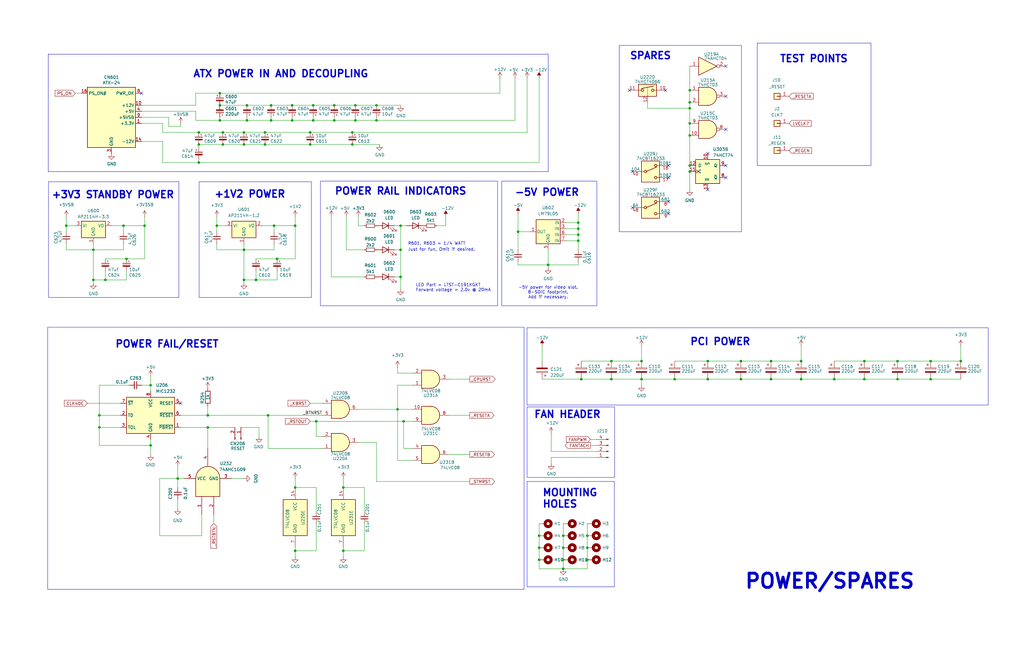
<source format=kicad_sch>
(kicad_sch (version 20231120) (generator "eeschema") (generator_version "8.0")
  (paper "B")
  (title_block (title "AMIGA PCI") (date "2025-01-10") (rev "5.0"))
  (junction (at 290.83 38.1))
  (junction (at 149.86 50.8))
  (junction (at 290.83 57.15))
  (junction (at 243.84 101.6))
  (junction (at 243.84 96.52))
  (junction (at 290.83 69.85))
  (junction (at 237.49 240.03))
  (junction (at 87.63 180.34))
  (junction (at 270.51 152.4))
  (junction (at 102.87 55.88))
  (junction (at 170.18 177.8))
  (junction (at 298.45 152.4))
  (junction (at 44.45 118.11))
  (junction (at 167.64 172.72))
  (junction (at 298.45 160.02))
  (junction (at 104.14 50.8))
  (junction (at 41.91 175.26))
  (junction (at 41.91 180.34))
  (junction (at 63.5 187.96))
  (junction (at 87.63 175.26))
  (junction (at 130.81 60.96))
  (junction (at 102.87 105.41))
  (junction (at 257.81 160.02))
  (junction (at 39.37 105.41))
  (junction (at 92.71 50.8))
  (junction (at 102.87 60.96))
  (junction (at 227.33 226.06))
  (junction (at 290.83 52.07))
  (junction (at 270.51 160.02))
  (junction (at 168.91 95.25))
  (junction (at 104.14 44.45))
  (junction (at 114.3 50.8))
  (junction (at 123.19 44.45))
  (junction (at 392.43 152.4))
  (junction (at 290.83 43.18))
  (junction (at 132.08 44.45))
  (junction (at 247.65 231.14))
  (junction (at 124.46 95.25))
  (junction (at 168.91 105.41))
  (junction (at 312.42 160.02))
  (junction (at 149.86 44.45))
  (junction (at 39.37 118.11))
  (junction (at 114.3 44.45))
  (junction (at 243.84 99.06))
  (junction (at 237.49 236.22))
  (junction (at 92.71 39.37))
  (junction (at 218.44 97.79))
  (junction (at 312.42 152.4))
  (junction (at 168.91 116.84))
  (junction (at 158.75 44.45))
  (junction (at 148.59 60.96))
  (junction (at 116.84 109.22))
  (junction (at 124.46 205.74))
  (junction (at 148.59 55.88))
  (junction (at 113.03 175.26))
  (junction (at 364.49 152.4))
  (junction (at 133.35 177.8))
  (junction (at 351.79 160.02))
  (junction (at 247.65 226.06))
  (junction (at 63.5 162.56))
  (junction (at 132.08 50.8))
  (junction (at 325.12 152.4))
  (junction (at 53.34 109.22))
  (junction (at 93.98 60.96))
  (junction (at 93.98 55.88))
  (junction (at 290.83 72.39))
  (junction (at 140.97 50.8))
  (junction (at 83.82 68.58))
  (junction (at 378.46 160.02))
  (junction (at 91.44 95.25))
  (junction (at 140.97 44.45))
  (junction (at 102.87 118.11))
  (junction (at 144.78 205.74))
  (junction (at 115.57 95.25))
  (junction (at 92.71 44.45))
  (junction (at 83.82 60.96))
  (junction (at 378.46 152.4))
  (junction (at 83.82 55.88))
  (junction (at 144.78 232.41))
  (junction (at 245.11 160.02))
  (junction (at 111.76 60.96))
  (junction (at 290.83 45.72))
  (junction (at 27.94 95.25))
  (junction (at 52.07 95.25))
  (junction (at 247.65 236.22))
  (junction (at 111.76 55.88))
  (junction (at 130.81 55.88))
  (junction (at 337.82 160.02))
  (junction (at 337.82 152.4))
  (junction (at 158.75 50.8))
  (junction (at 124.46 232.41))
  (junction (at 227.33 231.14))
  (junction (at 227.33 236.22))
  (junction (at 405.13 152.4))
  (junction (at 60.96 95.25))
  (junction (at 237.49 226.06))
  (junction (at 284.48 160.02))
  (junction (at 364.49 160.02))
  (junction (at 74.93 201.93))
  (junction (at 231.14 111.76))
  (junction (at 325.12 160.02))
  (junction (at 392.43 160.02))
  (junction (at 107.95 118.11))
  (junction (at 243.84 93.98))
  (junction (at 257.81 152.4))
  (junction (at 123.19 50.8))
  (junction (at 237.49 231.14))
  (no_connect (at 280.67 38.1))
  (no_connect (at 306.07 54.61))
  (no_connect (at 281.94 90.17))
  (no_connect (at 298.45 64.77))
  (no_connect (at 266.7 87.63))
  (no_connect (at 306.07 40.64))
  (no_connect (at 76.2 170.18))
  (no_connect (at 281.94 85.09))
  (no_connect (at 298.45 80.01))
  (no_connect (at 266.7 72.39))
  (no_connect (at 306.07 69.85))
  (no_connect (at 306.07 74.93))
  (no_connect (at 281.94 74.93))
  (no_connect (at 281.94 69.85))
  (no_connect (at 59.69 39.37))
  (no_connect (at 306.07 27.94))
  (no_connect (at 265.43 38.1))
  (wire (pts (xy 104.14 50.8) (xy 114.3 50.8)))
  (wire (pts (xy 102.87 118.11) (xy 107.95 118.11)))
  (wire (pts (xy 232.41 195.58) (xy 232.41 193.04)))
  (wire (pts (xy 167.64 172.72) (xy 167.64 194.31)))
  (wire (pts (xy 27.94 102.87) (xy 27.94 105.41)))
  (wire (pts (xy 63.5 158.75) (xy 63.5 162.56)))
  (wire (pts (xy 74.93 201.93) (xy 77.47 201.93)))
  (wire (pts (xy 115.57 105.41) (xy 102.87 105.41)))
  (wire (pts (xy 248.92 187.96) (xy 251.46 187.96)))
  (wire (pts (xy 144.78 234.95) (xy 144.78 232.41)))
  (wire (pts (xy 140.97 44.45) (xy 149.86 44.45)))
  (wire (pts (xy 312.42 160.02) (xy 298.45 160.02)))
  (wire (pts (xy 248.92 185.42) (xy 251.46 185.42)))
  (wire (pts (xy 325.12 160.02) (xy 312.42 160.02)))
  (wire (pts (xy 116.84 109.22) (xy 124.46 109.22)))
  (wire (pts (xy 123.19 50.8) (xy 132.08 50.8)))
  (wire (pts (xy 151.13 91.44) (xy 151.13 95.25)))
  (wire (pts (xy 210.82 39.37) (xy 210.82 33.02)))
  (polyline (pts (xy 20.32 72.39) (xy 231.14 72.39)))
  (wire (pts (xy 351.79 152.4) (xy 364.49 152.4)))
  (wire (pts (xy 102.87 102.87) (xy 102.87 105.41)))
  (wire (pts (xy 168.91 116.84) (xy 168.91 121.92)))
  (wire (pts (xy 132.08 49.53) (xy 132.08 50.8)))
  (wire (pts (xy 92.71 44.45) (xy 104.14 44.45)))
  (wire (pts (xy 68.58 55.88) (xy 83.82 55.88)))
  (wire (pts (xy 133.35 205.74) (xy 133.35 215.9)))
  (wire (pts (xy 102.87 55.88) (xy 111.76 55.88)))
  (wire (pts (xy 273.05 45.72) (xy 290.83 45.72)))
  (wire (pts (xy 115.57 97.79) (xy 115.57 95.25)))
  (wire (pts (xy 83.82 68.58) (xy 68.58 68.58)))
  (wire (pts (xy 148.59 60.96) (xy 160.02 60.96)))
  (wire (pts (xy 337.82 146.05) (xy 337.82 152.4)))
  (wire (pts (xy 63.5 187.96) (xy 63.5 191.77)))
  (wire (pts (xy 135.89 184.15) (xy 133.35 184.15)))
  (wire (pts (xy 59.69 46.99) (xy 82.55 46.99)))
  (wire (pts (xy 270.51 160.02) (xy 270.51 162.56)))
  (wire (pts (xy 290.83 27.94) (xy 290.83 38.1)))
  (wire (pts (xy 153.67 205.74) (xy 153.67 215.9)))
  (wire (pts (xy 124.46 95.25) (xy 115.57 95.25)))
  (wire (pts (xy 227.33 226.06) (xy 227.33 220.98)))
  (wire (pts (xy 312.42 152.4) (xy 325.12 152.4)))
  (polyline (pts (xy 222.25 247.65) (xy 259.08 247.65)))
  (wire (pts (xy 124.46 201.93) (xy 124.46 205.74)))
  (wire (pts (xy 158.75 44.45) (xy 168.91 44.45)))
  (wire (pts (xy 170.18 189.23) (xy 170.18 177.8)))
  (wire (pts (xy 82.55 44.45) (xy 82.55 39.37)))
  (wire (pts (xy 53.34 109.22) (xy 60.96 109.22)))
  (wire (pts (xy 39.37 105.41) (xy 39.37 118.11)))
  (wire (pts (xy 153.67 105.41) (xy 146.05 105.41)))
  (wire (pts (xy 124.46 205.74) (xy 133.35 205.74)))
  (wire (pts (xy 158.75 203.2) (xy 158.75 186.69)))
  (wire (pts (xy 151.13 172.72) (xy 167.64 172.72)))
  (wire (pts (xy 76.2 175.26) (xy 87.63 175.26)))
  (wire (pts (xy 101.6 180.34) (xy 109.22 180.34)))
  (wire (pts (xy 148.59 55.88) (xy 222.25 55.88)))
  (wire (pts (xy 91.44 91.44) (xy 91.44 95.25)))
  (wire (pts (xy 27.94 105.41) (xy 39.37 105.41)))
  (wire (pts (xy 123.19 44.45) (xy 132.08 44.45)))
  (wire (pts (xy 290.83 45.72) (xy 290.83 52.07)))
  (wire (pts (xy 392.43 160.02) (xy 405.13 160.02)))
  (wire (pts (xy 187.96 91.44) (xy 187.96 95.25)))
  (wire (pts (xy 238.76 96.52) (xy 243.84 96.52)))
  (wire (pts (xy 247.65 236.22) (xy 247.65 240.03)))
  (wire (pts (xy 60.96 95.25) (xy 52.07 95.25)))
  (wire (pts (xy 113.03 189.23) (xy 113.03 175.26)))
  (wire (pts (xy 231.14 111.76) (xy 243.84 111.76)))
  (wire (pts (xy 50.8 175.26) (xy 41.91 175.26)))
  (wire (pts (xy 227.33 231.14) (xy 227.33 226.06)))
  (wire (pts (xy 41.91 175.26) (xy 41.91 180.34)))
  (wire (pts (xy 140.97 49.53) (xy 140.97 50.8)))
  (wire (pts (xy 114.3 50.8) (xy 123.19 50.8)))
  (wire (pts (xy 87.63 171.45) (xy 87.63 175.26)))
  (wire (pts (xy 53.34 114.3) (xy 53.34 118.11)))
  (wire (pts (xy 27.94 97.79) (xy 27.94 95.25)))
  (wire (pts (xy 76.2 53.34) (xy 76.2 52.07)))
  (wire (pts (xy 237.49 226.06) (xy 237.49 231.14)))
  (wire (pts (xy 27.94 91.44) (xy 27.94 95.25)))
  (wire (pts (xy 74.93 196.85) (xy 74.93 201.93)))
  (wire (pts (xy 107.95 109.22) (xy 116.84 109.22)))
  (wire (pts (xy 270.51 146.05) (xy 270.51 152.4)))
  (wire (pts (xy 74.93 205.74) (xy 74.93 201.93)))
  (polyline (pts (xy 20.32 22.86) (xy 20.32 72.39)))
  (wire (pts (xy 133.35 184.15) (xy 133.35 177.8)))
  (wire (pts (xy 167.64 162.56) (xy 173.99 162.56)))
  (wire (pts (xy 227.33 33.02) (xy 227.33 68.58)))
  (wire (pts (xy 74.93 214.63) (xy 74.93 210.82)))
  (wire (pts (xy 59.69 49.53) (xy 71.12 49.53)))
  (wire (pts (xy 238.76 93.98) (xy 243.84 93.98)))
  (wire (pts (xy 130.81 170.18) (xy 135.89 170.18)))
  (wire (pts (xy 123.19 49.53) (xy 123.19 50.8)))
  (wire (pts (xy 63.5 187.96) (xy 63.5 185.42)))
  (wire (pts (xy 83.82 60.96) (xy 93.98 60.96)))
  (wire (pts (xy 173.99 157.48) (xy 167.64 157.48)))
  (wire (pts (xy 107.95 114.3) (xy 107.95 118.11)))
  (wire (pts (xy 130.81 177.8) (xy 133.35 177.8)))
  (wire (pts (xy 41.91 162.56) (xy 41.91 175.26)))
  (wire (pts (xy 166.37 105.41) (xy 168.91 105.41)))
  (wire (pts (xy 364.49 160.02) (xy 378.46 160.02)))
  (wire (pts (xy 67.31 201.93) (xy 74.93 201.93)))
  (wire (pts (xy 149.86 50.8) (xy 158.75 50.8)))
  (wire (pts (xy 149.86 49.53) (xy 149.86 50.8)))
  (wire (pts (xy 257.81 152.4) (xy 270.51 152.4)))
  (wire (pts (xy 63.5 165.1) (xy 63.5 162.56)))
  (wire (pts (xy 158.75 186.69) (xy 151.13 186.69)))
  (wire (pts (xy 378.46 160.02) (xy 392.43 160.02)))
  (wire (pts (xy 109.22 180.34) (xy 109.22 184.15)))
  (wire (pts (xy 284.48 152.4) (xy 298.45 152.4)))
  (wire (pts (xy 166.37 95.25) (xy 168.91 95.25)))
  (wire (pts (xy 243.84 111.76) (xy 243.84 110.49)))
  (wire (pts (xy 92.71 49.53) (xy 92.71 50.8)))
  (wire (pts (xy 114.3 44.45) (xy 123.19 44.45)))
  (wire (pts (xy 378.46 152.4) (xy 392.43 152.4)))
  (polyline (pts (xy 20.32 22.86) (xy 231.14 22.86)))
  (wire (pts (xy 144.78 201.93) (xy 144.78 205.74)))
  (wire (pts (xy 167.64 154.94) (xy 167.64 157.48)))
  (wire (pts (xy 111.76 55.88) (xy 130.81 55.88)))
  (wire (pts (xy 102.87 105.41) (xy 102.87 118.11)))
  (wire (pts (xy 107.95 118.11) (xy 116.84 118.11)))
  (wire (pts (xy 173.99 189.23) (xy 170.18 189.23)))
  (wire (pts (xy 284.48 160.02) (xy 270.51 160.02)))
  (wire (pts (xy 231.14 113.03) (xy 231.14 111.76)))
  (wire (pts (xy 232.41 193.04) (xy 251.46 193.04)))
  (wire (pts (xy 114.3 49.53) (xy 114.3 50.8)))
  (wire (pts (xy 97.79 201.93) (xy 102.87 201.93)))
  (wire (pts (xy 68.58 59.69) (xy 68.58 68.58)))
  (wire (pts (xy 238.76 101.6) (xy 243.84 101.6)))
  (wire (pts (xy 227.33 236.22) (xy 227.33 240.03)))
  (wire (pts (xy 218.44 111.76) (xy 231.14 111.76)))
  (wire (pts (xy 92.71 50.8) (xy 104.14 50.8)))
  (wire (pts (xy 133.35 220.98) (xy 133.35 232.41)))
  (wire (pts (xy 92.71 39.37) (xy 210.82 39.37)))
  (wire (pts (xy 290.83 57.15) (xy 290.83 69.85)))
  (wire (pts (xy 247.65 226.06) (xy 247.65 231.14)))
  (wire (pts (xy 63.5 162.56) (xy 59.69 162.56)))
  (wire (pts (xy 153.67 116.84) (xy 139.7 116.84)))
  (wire (pts (xy 93.98 60.96) (xy 102.87 60.96)))
  (wire (pts (xy 102.87 60.96) (xy 111.76 60.96)))
  (wire (pts (xy 59.69 59.69) (xy 68.58 59.69)))
  (wire (pts (xy 392.43 152.4) (xy 405.13 152.4)))
  (wire (pts (xy 243.84 93.98) (xy 243.84 96.52)))
  (wire (pts (xy 36.83 170.18) (xy 50.8 170.18)))
  (wire (pts (xy 189.23 160.02) (xy 198.12 160.02)))
  (wire (pts (xy 218.44 105.41) (xy 218.44 97.79)))
  (wire (pts (xy 44.45 114.3) (xy 44.45 118.11)))
  (wire (pts (xy 52.07 95.25) (xy 46.99 95.25)))
  (wire (pts (xy 217.17 33.02) (xy 217.17 50.8)))
  (wire (pts (xy 41.91 180.34) (xy 41.91 187.96)))
  (wire (pts (xy 39.37 118.11) (xy 44.45 118.11)))
  (wire (pts (xy 85.09 217.17) (xy 85.09 226.06)))
  (wire (pts (xy 91.44 97.79) (xy 91.44 95.25)))
  (wire (pts (xy 218.44 97.79) (xy 223.52 97.79)))
  (wire (pts (xy 222.25 33.02) (xy 222.25 55.88)))
  (wire (pts (xy 76.2 180.34) (xy 87.63 180.34)))
  (wire (pts (xy 184.15 95.25) (xy 187.96 95.25)))
  (wire (pts (xy 149.86 44.45) (xy 158.75 44.45)))
  (wire (pts (xy 132.08 50.8) (xy 140.97 50.8)))
  (wire (pts (xy 158.75 49.53) (xy 158.75 50.8)))
  (wire (pts (xy 232.41 190.5) (xy 251.46 190.5)))
  (wire (pts (xy 85.09 226.06) (xy 67.31 226.06)))
  (wire (pts (xy 135.89 189.23) (xy 113.03 189.23)))
  (wire (pts (xy 144.78 232.41) (xy 153.67 232.41)))
  (polyline (pts (xy 222.25 203.2) (xy 222.25 247.65)))
  (wire (pts (xy 130.81 60.96) (xy 148.59 60.96)))
  (polyline (pts (xy 231.14 72.39) (xy 231.14 22.86)))
  (wire (pts (xy 59.69 52.07) (xy 68.58 52.07)))
  (wire (pts (xy 116.84 114.3) (xy 116.84 118.11)))
  (wire (pts (xy 298.45 160.02) (xy 284.48 160.02)))
  (wire (pts (xy 245.11 160.02) (xy 257.81 160.02)))
  (wire (pts (xy 41.91 180.34) (xy 50.8 180.34)))
  (wire (pts (xy 91.44 102.87) (xy 91.44 105.41)))
  (wire (pts (xy 139.7 91.44) (xy 139.7 116.84)))
  (wire (pts (xy 124.46 234.95) (xy 124.46 232.41)))
  (wire (pts (xy 111.76 60.96) (xy 130.81 60.96)))
  (wire (pts (xy 227.33 240.03) (xy 237.49 240.03)))
  (wire (pts (xy 52.07 105.41) (xy 39.37 105.41)))
  (wire (pts (xy 130.81 55.88) (xy 148.59 55.88)))
  (wire (pts (xy 337.82 160.02) (xy 351.79 160.02)))
  (wire (pts (xy 170.18 177.8) (xy 173.99 177.8)))
  (wire (pts (xy 82.55 46.99) (xy 82.55 50.8)))
  (wire (pts (xy 228.6 160.02) (xy 245.11 160.02)))
  (wire (pts (xy 168.91 95.25) (xy 168.91 105.41)))
  (wire (pts (xy 39.37 102.87) (xy 39.37 105.41)))
  (wire (pts (xy 102.87 119.38) (xy 102.87 118.11)))
  (wire (pts (xy 290.83 43.18) (xy 290.83 45.72)))
  (wire (pts (xy 113.03 175.26) (xy 135.89 175.26)))
  (wire (pts (xy 168.91 95.25) (xy 171.45 95.25)))
  (wire (pts (xy 243.84 90.17) (xy 243.84 93.98)))
  (wire (pts (xy 231.14 105.41) (xy 231.14 111.76)))
  (wire (pts (xy 405.13 146.05) (xy 405.13 152.4)))
  (wire (pts (xy 82.55 50.8) (xy 92.71 50.8)))
  (wire (pts (xy 91.44 105.41) (xy 102.87 105.41)))
  (wire (pts (xy 243.84 101.6) (xy 243.84 105.41)))
  (wire (pts (xy 238.76 99.06) (xy 243.84 99.06)))
  (wire (pts (xy 67.31 226.06) (xy 67.31 201.93)))
  (wire (pts (xy 153.67 220.98) (xy 153.67 232.41)))
  (wire (pts (xy 93.98 55.88) (xy 102.87 55.88)))
  (wire (pts (xy 41.91 187.96) (xy 63.5 187.96)))
  (wire (pts (xy 325.12 160.02) (xy 337.82 160.02)))
  (wire (pts (xy 76.2 53.34) (xy 71.12 53.34)))
  (wire (pts (xy 198.12 203.2) (xy 158.75 203.2)))
  (wire (pts (xy 167.64 194.31) (xy 173.99 194.31)))
  (wire (pts (xy 237.49 236.22) (xy 237.49 240.03)))
  (wire (pts (xy 52.07 102.87) (xy 52.07 105.41)))
  (wire (pts (xy 83.82 62.23) (xy 83.82 60.96)))
  (wire (pts (xy 243.84 99.06) (xy 243.84 101.6)))
  (wire (pts (xy 132.08 44.45) (xy 140.97 44.45)))
  (wire (pts (xy 290.83 69.85) (xy 290.83 72.39)))
  (wire (pts (xy 87.63 175.26) (xy 113.03 175.26)))
  (wire (pts (xy 247.65 220.98) (xy 247.65 226.06)))
  (wire (pts (xy 115.57 95.25) (xy 110.49 95.25)))
  (wire (pts (xy 83.82 68.58) (xy 83.82 67.31)))
  (wire (pts (xy 325.12 152.4) (xy 337.82 152.4)))
  (wire (pts (xy 124.46 91.44) (xy 124.46 95.25)))
  (wire (pts (xy 83.82 55.88) (xy 93.98 55.88)))
  (wire (pts (xy 298.45 152.4) (xy 312.42 152.4)))
  (wire (pts (xy 245.11 152.4) (xy 257.81 152.4)))
  (wire (pts (xy 243.84 96.52) (xy 243.84 99.06)))
  (wire (pts (xy 227.33 231.14) (xy 227.33 236.22)))
  (wire (pts (xy 228.6 146.05) (xy 228.6 152.4)))
  (wire (pts (xy 168.91 105.41) (xy 168.91 116.84)))
  (wire (pts (xy 218.44 110.49) (xy 218.44 111.76)))
  (wire (pts (xy 140.97 50.8) (xy 149.86 50.8)))
  (wire (pts (xy 91.44 95.25) (xy 95.25 95.25)))
  (wire (pts (xy 237.49 231.14) (xy 237.49 236.22)))
  (wire (pts (xy 31.75 39.37) (xy 34.29 39.37)))
  (wire (pts (xy 189.23 175.26) (xy 198.12 175.26)))
  (wire (pts (xy 146.05 91.44) (xy 146.05 105.41)))
  (wire (pts (xy 54.61 162.56) (xy 41.91 162.56)))
  (wire (pts (xy 44.45 109.22) (xy 53.34 109.22)))
  (wire (pts (xy 290.83 72.39) (xy 290.83 80.01)))
  (wire (pts (xy 247.65 231.14) (xy 247.65 236.22)))
  (wire (pts (xy 87.63 189.23) (xy 87.63 180.34)))
  (wire (pts (xy 68.58 52.07) (xy 68.58 55.88)))
  (wire (pts (xy 166.37 116.84) (xy 168.91 116.84)))
  (wire (pts (xy 144.78 231.14) (xy 144.78 232.41)))
  (wire (pts (xy 44.45 118.11) (xy 53.34 118.11)))
  (polyline (pts (xy 259.08 203.2) (xy 222.25 203.2)))
  (wire (pts (xy 124.46 109.22) (xy 124.46 95.25)))
  (wire (pts (xy 167.64 162.56) (xy 167.64 172.72)))
  (wire (pts (xy 82.55 39.37) (xy 92.71 39.37)))
  (wire (pts (xy 83.82 68.58) (xy 227.33 68.58)))
  (wire (pts (xy 290.83 38.1) (xy 290.83 43.18)))
  (wire (pts (xy 59.69 44.45) (xy 82.55 44.45)))
  (wire (pts (xy 60.96 91.44) (xy 60.96 95.25)))
  (wire (pts (xy 237.49 220.98) (xy 237.49 226.06)))
  (wire (pts (xy 39.37 119.38) (xy 39.37 118.11)))
  (wire (pts (xy 87.63 180.34) (xy 99.06 180.34)))
  (wire (pts (xy 144.78 205.74) (xy 153.67 205.74)))
  (wire (pts (xy 232.41 182.88) (xy 232.41 190.5)))
  (wire (pts (xy 90.17 220.98) (xy 90.17 217.17)))
  (wire (pts (xy 60.96 109.22) (xy 60.96 95.25)))
  (wire (pts (xy 104.14 44.45) (xy 114.3 44.45)))
  (polyline (pts (xy 259.08 247.65) (xy 259.08 203.2)))
  (wire (pts (xy 273.05 43.18) (xy 273.05 45.72)))
  (wire (pts (xy 290.83 52.07) (xy 290.83 57.15)))
  (wire (pts (xy 257.81 160.02) (xy 270.51 160.02)))
  (wire (pts (xy 364.49 160.02) (xy 351.79 160.02)))
  (wire (pts (xy 167.64 172.72) (xy 173.99 172.72)))
  (wire (pts (xy 153.67 95.25) (xy 151.13 95.25)))
  (wire (pts (xy 189.23 191.77) (xy 198.12 191.77)))
  (wire (pts (xy 158.75 50.8) (xy 217.17 50.8)))
  (wire (pts (xy 71.12 53.34) (xy 71.12 49.53)))
  (wire (pts (xy 364.49 152.4) (xy 378.46 152.4)))
  (wire (pts (xy 115.57 102.87) (xy 115.57 105.41)))
  (wire (pts (xy 27.94 95.25) (xy 31.75 95.25)))
  (wire (pts (xy 218.44 90.17) (xy 218.44 97.79)))
  (wire (pts (xy 104.14 49.53) (xy 104.14 50.8)))
  (wire (pts (xy 52.07 97.79) (xy 52.07 95.25)))
  (wire (pts (xy 124.46 232.41) (xy 133.35 232.41)))
  (wire (pts (xy 124.46 231.14) (xy 124.46 232.41)))
  (wire (pts (xy 237.49 240.03) (xy 247.65 240.03)))
  (wire (pts (xy 133.35 177.8) (xy 170.18 177.8)))
  (rectangle (start 211.582 76.454) (end 251.714 129.032))
  (rectangle (start 319.278 18.161) (end 367.284 69.85))
  (rectangle (start 261.112 19.177) (end 312.674 97.79))
  (rectangle (start 222.23 138.303) (end 416.687 170.942))
  (rectangle (start 20.447 76.708) (end 75.438 125.5))
  (rectangle (start 83.947 76.708) (end 131.318 125.5))
  (rectangle (start 135.128 76.454) (end 209.804 129.032))
  (rectangle (start 20.084 138.1) (end 220.98 248.666))
  (rectangle (start 222.25 171.704) (end 259.15 201.422))
  (text "-5V POWER" (at 216.916 83.058 0) (effects (font (size 3 3) (thickness 0.6) (bold yes)) (justify left bottom)))
  (text "FAN HEADER" (at 225.044 176.784 0) (effects (font (size 2.9972 2.9972) (thickness 0.5994) (bold yes)) (justify left bottom)))
  (text "MOUNTING\nHOLES" (at 228.6 214.63 0) (effects (font (size 2.9972 2.9972) (thickness 0.5994) (bold yes)) (justify left bottom)))
  (text "TEST POINTS" (at 328.676 26.67 0) (effects (font (size 2.9972 2.9972) (thickness 0.5994) (bold yes)) (justify left bottom)))
  (text "PCI POWER" (at 290.83 146.05 0) (effects (font (size 3 3) (thickness 0.6) (bold yes)) (justify left bottom)))
  (text "LED Part = LTST-C191KGKT\nForward voltage = 2.0v @ 20mA" (at 175.26 123.19 0) (effects (font (size 1.27 1.27)) (justify left bottom)))
  (text "SPARES" (at 265.43 25.4 0) (effects (font (size 2.9972 2.9972) (thickness 0.5994) (bold yes)) (justify left bottom)))
  (text "+3V3 STANDBY POWER" (at 21.59 84.074 0) (effects (font (size 3 3) (thickness 0.6) (bold yes)) (justify left bottom)))
  (text "ATX POWER IN AND DECOUPLING" (at 81.28 33.02 0) (effects (font (size 3 3) (thickness 0.6) (bold yes)) (justify left bottom)))
  (text "R601, R603 = 1/4 WATT" (at 184.15 102.87 0) (effects (font (size 1.27 1.27))))
  (text "POWER RAIL INDICATORS" (at 140.97 82.55 0) (effects (font (size 3 3) (thickness 0.6) (bold yes)) (justify left bottom)))
  (text "-5V power for video slot.\n8-SOIC footprint.\nAdd if necessary." (at 231.14 123.444 0) (effects (font (size 1.27 1.27))))
  (text "+1V2 POWER" (at 90.17 83.82 0) (effects (font (size 3 3) (thickness 0.6) (bold yes)) (justify left bottom)))
  (text "POWER/SPARES" (at 313.69 248.92 0) (effects (font (size 6 6) (thickness 1.2) (bold yes)) (justify left bottom)))
  (text "POWER FAIL/RESET" (at 92.456 147.066 0) (effects (font (size 2.9972 2.9972) (thickness 0.5994) (bold yes)) (justify right bottom)))
  (text "Just for fun. Omit if desired." (at 186.182 105.41 0) (effects (font (size 1.27 1.27))))
  (label "_BTNRST" (at 135.89 175.26 180))
  (global_label "FANPWM" (shape input) (at 248.92 185.42 180) (property "Intersheetrefs" "${INTERSHEET_REFS}" (at 238.2543 185.42 0) (effects (justify right))))
  (global_label "_STMRST" (shape output) (at 198.12 203.2 0) (property "Intersheetrefs" "${INTERSHEET_REFS}" (at 209.804 203.2 0) (effects (justify left))))
  (global_label "_KBRST" (shape input) (at 130.81 170.18 180) (property "Intersheetrefs" "${INTERSHEET_REFS}" (at 120.8701 170.18 0) (effects (justify right))))
  (global_label "_RSTOUT" (shape input) (at 130.81 177.8 180) (property "Intersheetrefs" "${INTERSHEET_REFS}" (at 119.7815 177.8 0) (effects (justify right))))
  (global_label "_RESETB" (shape output) (at 198.12 191.77 0) (property "Intersheetrefs" "${INTERSHEET_REFS}" (at 209.0879 191.77 0) (effects (justify left))))
  (global_label "_RSTBTN" (shape input) (at 90.17 220.98 270) (property "Intersheetrefs" "${INTERSHEET_REFS}" (at 90.17 231.948 90) (effects (justify right))))
  (global_label "_REGEN" (shape input) (at 332.74 63.5 0) (property "Intersheetrefs" "${INTERSHEET_REFS}" (at 342.8613 63.5 0) (effects (justify left))))
  (global_label "PS_ON" (shape input) (at 31.75 39.37 180) (property "Intersheetrefs" "${INTERSHEET_REFS}" (at 26.67 36.576 0) (effects (justify right))))
  (global_label "_CPURST" (shape output) (at 198.12 160.02 0) (property "Intersheetrefs" "${INTERSHEET_REFS}" (at 209.3904 160.02 0) (effects (justify left))))
  (global_label "CLK40C" (shape input) (at 36.83 170.18 180) (property "Intersheetrefs" "${INTERSHEET_REFS}" (at 26.5877 170.18 0) (effects (justify right))))
  (global_label "FANTACH" (shape output) (at 248.92 187.96 180) (property "Intersheetrefs" "${INTERSHEET_REFS}" (at 237.7704 187.96 0) (effects (justify right))))
  (global_label "LVCLK7" (shape input) (at 332.74 52.07 0) (property "Intersheetrefs" "${INTERSHEET_REFS}" (at 342.6195 52.07 0) (effects (justify left))))
  (global_label "_RESETA" (shape input) (at 332.74 40.64 0) (property "Intersheetrefs" "${INTERSHEET_REFS}" (at 343.5265 40.64 0) (effects (justify left))))
  (global_label "_RESETA" (shape output) (at 198.12 175.26 0) (property "Intersheetrefs" "${INTERSHEET_REFS}" (at 208.9065 175.26 0) (effects (justify left))))
  (symbol (lib_id "power:-5V") (at 218.44 90.17 0) (unit 1)
    (property "Reference" "#PWR0305" (effects (hide yes)))
    (property "Value" "-5V" (at 218.44 86.614 0))
    (property "Description" "Power symbol creates a global label with name \"-5V\"" (effects (hide yes)))
  )
  (symbol (lib_id "Mechanical:MountingHole_Pad") (at 250.19 220.98 270) (unit 1) (in_bom no)
    (property "Reference" "H3" (at 254 220.98 90) (effects (justify left)))
    (property "Value" "MountingHole_Pad" (effects (hide yes)))
    (property "Footprint" "MountingHole:MountingHole_4mm_Pad" (effects (hide yes)))
  )
  (symbol (lib_id "AmigaPCI-Symbols:CP_Small-Device") (at 148.59 58.42 0) (mirror y) (unit 1)
    (property "Reference" "C613" (at 150.8252 59.5884 0) (effects (justify right)))
    (property "Value" "10uF" (at 150.8252 57.277 0) (effects (justify right)))
    (property "Footprint" "Capacitor_THT:CP_Radial_D5.0mm_P2.00mm" (effects (hide yes)))
  )
  (symbol (lib_id "power:-12V") (at 243.84 90.17 0) (unit 1)
    (property "Reference" "#PWR0339" (effects (hide yes)))
    (property "Value" "-12V" (at 244.602 86.614 0))
  )
  (symbol (lib_name "+5V_1") (lib_id "power:+5V") (at 74.93 196.85 0) (unit 1)
    (property "Reference" "#PWR0235" (effects (hide yes)))
    (property "Value" "+5V" (at 74.93 193.04 0))
    (property "Description" "Power symbol creates a global label with name \"+5V\"" (effects (hide yes)))
  )
  (symbol (lib_id "power:-12V") (at 228.6 146.05 0) (unit 1)
    (property "Reference" "#PWR0101" (effects (hide yes)))
    (property "Value" "-12V" (at 228.6 142.4742 0))
  )
  (symbol (lib_id "power:+3V3") (at 144.78 201.93 0) (unit 1)
    (property "Reference" "#PWR0206" (effects (hide yes)))
    (property "Value" "+3V3" (at 144.78 197.104 0))
  )
  (symbol (lib_id "Analog_Switch:CD4066BE") (at 273.05 38.1 0) (unit 4)
    (property "Reference" "U222" (at 273.05 32.5501 0))
    (property "Value" "74HCT4066" (at 273.05 34.4711 0))
    (property "Footprint" "Package_SO:TSSOP-14_4.4x5mm_P0.65mm" (effects (hide yes)))
    (property "Datasheet" "https://www.ti.com/lit/ds/symlink/cd4066b.pdf" (effects (hide yes)))
  )
  (symbol (lib_id "power:+5V") (at 217.17 33.02 0) (unit 1)
    (property "Reference" "#PWR0172" (effects (hide yes)))
    (property "Value" "+5V" (at 216.535 29.464 0))
  )
  (symbol (lib_id "74xx:74HC74") (at 298.45 72.39 0) (unit 2)
    (property "Reference" "U303" (at 300.6441 62.992 0) (effects (justify left)))
    (property "Value" "74HCT74" (at 300.6441 65.532 0) (effects (justify left)))
    (property "Footprint" "Package_SO:TSSOP-14_4.4x5mm_P0.65mm" (effects (hide yes)))
  )
  (symbol (lib_id "power:GND") (at 46.99 64.77 0) (unit 1)
    (property "Reference" "#PWR0166" (effects (hide yes)))
    (property "Value" "GND" (at 47.117 69.1642 0))
  )
  (symbol (lib_id "Device:LED") (at 162.56 95.25 0) (mirror y) (unit 1)
    (property "Reference" "D600" (at 164.1475 89.408 0))
    (property "Value" "LED" (at 164.1475 91.948 0))
    (property "Footprint" "LED_SMD:LED_0603_1608Metric" (effects (hide yes)))
  )
  (symbol (lib_id "Device:C_Polarized") (at 325.12 156.21 0) (unit 1)
    (property "Reference" "C114" (at 328.041 154.6773 0) (effects (justify left)))
    (property "Value" "220uF" (at 328.041 156.5983 0) (effects (justify left)))
    (property "Footprint" "Capacitor_THT:CP_Radial_D6.3mm_P2.50mm" (effects (hide yes)))
  )
  (symbol (lib_id "AmigaPCI-Symbols:CP_Small-Device") (at 123.19 46.99 180) (unit 1)
    (property "Reference" "C604" (at 125.4252 45.8216 0) (effects (justify right)))
    (property "Value" "47uF" (at 125.4252 48.133 0) (effects (justify right)))
    (property "Footprint" "Capacitor_THT:CP_Radial_D5.0mm_P2.00mm" (effects (hide yes)))
  )
  (symbol (lib_id "power:GND") (at 102.87 119.38 0) (unit 1)
    (property "Reference" "#PWR0248" (effects (hide yes)))
    (property "Value" "GND" (at 102.87 123.952 0))
  )
  (symbol (lib_id "74xx:74LS08") (at 144.78 218.44 0) (unit 5)
    (property "Reference" "U231" (at 148.082 221.615 90) (effects (justify left)))
    (property "Value" "74LVC08" (at 141.605 223.266 90) (effects (justify left)))
    (property "Footprint" "Package_SO:TSSOP-14_4.4x5mm_P0.65mm" (effects (hide yes)))
    (property "Datasheet" "http://www.ti.com/lit/gpn/sn74LS08" (effects (hide yes)))
  )
  (symbol (lib_id "Mechanical:MountingHole_Pad") (at 240.03 226.06 270) (unit 1) (in_bom no)
    (property "Reference" "H5" (at 243.84 226.06 90) (effects (justify left)))
    (property "Value" "MountingHole_Pad" (effects (hide yes)))
    (property "Footprint" "MountingHole:MountingHole_4mm_Pad" (effects (hide yes)))
  )
  (symbol (lib_id "power:GND") (at 168.91 44.45 0) (unit 1)
    (property "Reference" "#PWR0170" (effects (hide yes)))
    (property "Value" "GND" (at 169.037 48.8442 0))
  )
  (symbol (lib_id "AmigaPCI-Symbols:ATX-24-Amiga") (at 46.99 49.53 0) (unit 1)
    (property "Reference" "CN601" (at 46.99 32.5882 0))
    (property "Value" "ATX-24" (at 46.99 34.8996 0))
    (property "Footprint" "Connector_Molex:Molex_Mini-Fit_Jr_5566-24A_2x12_P4.20mm_Vertical" (effects (hide yes)))
    (property "Datasheet" "https://www.intel.com/content/dam/www/public/us/en/documents/guides/power-supply-design-guide-june.pdf#page=33" (effects (hide yes)))
    (property "Part" "39281243" (effects (hide yes)))
  )
  (symbol (lib_id "power:-12V") (at 227.33 33.02 0) (unit 1)
    (property "Reference" "#PWR0167" (effects (hide yes)))
    (property "Value" "-12V" (at 228.092 29.464 0))
  )
  (symbol (lib_id "Connector_Generic:Conn_01x01") (at 327.66 63.5 180) (unit 1)
    (property "Reference" "J11" (at 327.66 57.912 0))
    (property "Value" "_REGEN" (at 327.66 60.452 0))
    (property "Footprint" "Connector_PinHeader_2.54mm:PinHeader_1x01_P2.54mm_Vertical" (effects (hide yes)))
  )
  (symbol (lib_id "Device:C_Small") (at 133.35 218.44 0) (unit 1)
    (property "Reference" "C251" (at 134.62 217.424 90) (effects (justify left)))
    (property "Value" "0.1uF" (at 134.62 224.663 90) (effects (justify left)))
    (property "Footprint" "Capacitor_SMD:C_0603_1608Metric" (effects (hide yes)))
  )
  (symbol (lib_id "AmigaPCI-Symbols:74CBT16233") (at 274.32 87.63 0) (unit 6)
    (property "Reference" "U229" (at 274.32 80.1751 0))
    (property "Value" "74CBT16233" (at 274.32 82.0961 0))
    (property "Footprint" "Package_SO:SSOP-56_7.5x18.5mm_P0.635mm" (effects (hide yes)))
    (property "Datasheet" "https://www.ti.com/lit/ds/symlink/sn74cbt16233.pdf?HQS=dis-dk-null-digikeymode-dsf-pf-null-wwe&ts=1686702107606&ref_url=https%253A%252F%252Fwww.ti.com%252Fgeneral%252Fdocs%252Fsuppproductinfo.tsp%253FdistId%253D10%2526gotoUrl%253Dhttps%253A%252F%252Fwww.ti.com%252Flit%252Fgpn%252Fsn74cbt16233" (effects (hide yes)))
    (property "Part Number" "SN74CBT16233DL" (effects (hide yes)))
  )
  (symbol (lib_id "74xGxx:74AHC1G08") (at 87.63 201.93 90) (unit 1)
    (property "Reference" "U232" (at 95.25 195.58 90))
    (property "Value" "74AHC1G09" (at 98.044 198.12 90))
    (property "Footprint" "Package_TO_SOT_SMD:SOT-23-5" (effects (hide yes)))
    (property "Datasheet" "https://assets.nexperia.com/documents/data-sheet/74AHC1G09.pdf" (effects (hide yes)))
    (property "Description" "Single AND Gate, Open Drain, Low-Voltage CMOS" (effects (hide yes)))
  )
  (symbol (lib_id "Mechanical:MountingHole_Pad") (at 250.19 236.22 270) (unit 1) (in_bom no)
    (property "Reference" "H12" (at 254 236.22 90) (effects (justify left)))
    (property "Value" "MountingHole_Pad" (effects (hide yes)))
    (property "Footprint" "MountingHole:MountingHole_3.5mm_Pad" (effects (hide yes)))
  )
  (symbol (lib_id "74xx:74LS08") (at 181.61 175.26 0) (mirror x) (unit 3)
    (property "Reference" "U231" (at 181.61 182.88 0))
    (property "Value" "74LVC08" (at 181.61 180.959 0))
    (property "Footprint" "Package_SO:TSSOP-14_4.4x5mm_P0.65mm" (effects (hide yes)))
    (property "Datasheet" "http://www.ti.com/lit/gpn/sn74LS08" (effects (hide yes)))
  )
  (symbol (lib_id "Device:R_Small") (at 156.21 105.41 90) (unit 1)
    (property "Reference" "R600" (at 156.21 100.838 90))
    (property "Value" "2k2" (at 156.21 103.378 90))
    (property "Footprint" "Resistor_SMD:R_0603_1608Metric" (effects (hide yes)))
  )
  (symbol (lib_id "Connector:Conn_01x04_Pin") (at 256.54 190.5 180) (unit 1)
    (property "Reference" "J210" (at 251.46 181.864 0) (effects (justify right)))
    (property "Value" "Case Fan" (effects (hide yes)))
    (property "Footprint" "Connector:FanPinHeader_1x04_P2.54mm_Vertical" (effects (hide yes)))
    (property "Description" "Generic connector, single row, 01x04, script generated" (effects (hide yes)))
    (property "PartNumber" "Molex 0470531000 or 0470533000" (effects (hide yes)))
  )
  (symbol (lib_id "Mechanical:MountingHole_Pad") (at 250.19 226.06 270) (unit 1) (in_bom no)
    (property "Reference" "H6" (at 254 226.06 90) (effects (justify left)))
    (property "Value" "MountingHole_Pad" (effects (hide yes)))
    (property "Footprint" "MountingHole:MountingHole_4mm_Pad" (effects (hide yes)))
  )
  (symbol (lib_id "AmigaPCI-Symbols:CP_Small-Device") (at 140.97 46.99 180) (unit 1)
    (property "Reference" "C606" (at 143.2052 45.8216 0) (effects (justify right)))
    (property "Value" "47uF" (at 143.2052 48.133 0) (effects (justify right)))
    (property "Footprint" "Capacitor_THT:CP_Radial_D5.0mm_P2.00mm" (effects (hide yes)))
  )
  (symbol (lib_id "AmigaPCI-Symbols:CP_Small-Device") (at 114.3 46.99 180) (unit 1)
    (property "Reference" "C603" (at 116.5352 45.8216 0) (effects (justify right)))
    (property "Value" "47uF" (at 116.5352 48.133 0) (effects (justify right)))
    (property "Footprint" "Capacitor_THT:CP_Radial_D5.0mm_P2.00mm" (effects (hide yes)))
  )
  (symbol (lib_id "Device:C_Polarized") (at 405.13 156.21 0) (unit 1)
    (property "Reference" "C120" (at 408.051 154.6773 0) (effects (justify left)))
    (property "Value" "220uF" (at 408.051 156.5983 0) (effects (justify left)))
    (property "Footprint" "Capacitor_THT:CP_Radial_D6.3mm_P2.50mm" (effects (hide yes)))
  )
  (symbol (lib_id "Device:C_Polarized") (at 351.79 156.21 0) (unit 1)
    (property "Reference" "C116" (at 354.711 154.6773 0) (effects (justify left)))
    (property "Value" "220uF" (at 354.711 156.5983 0) (effects (justify left)))
    (property "Footprint" "Capacitor_THT:CP_Radial_D6.3mm_P2.50mm" (effects (hide yes)))
  )
  (symbol (lib_id "AmigaPCI-Symbols:+5VSB") (at 27.94 91.44 0) (unit 1)
    (property "Reference" "#PWR0344" (effects (hide yes)))
    (property "Value" "+5VSB" (at 27.94 86.36 0))
    (property "Description" "Power symbol creates a global label with name \"+3V3\"" (effects (hide yes)))
  )
  (symbol (lib_id "Device:C_Polarized") (at 378.46 156.21 0) (unit 1)
    (property "Reference" "C118" (at 381.381 154.6773 0) (effects (justify left)))
    (property "Value" "220uF" (at 381.381 156.5983 0) (effects (justify left)))
    (property "Footprint" "Capacitor_THT:CP_Radial_D6.3mm_P2.50mm" (effects (hide yes)))
  )
  (symbol (lib_id "power:GND") (at 124.46 234.95 0) (unit 1)
    (property "Reference" "#PWR0140" (effects (hide yes)))
    (property "Value" "GND" (at 124.46 239.0855 0))
  )
  (symbol (lib_id "AmigaPCI-Symbols:CP_Small-Device") (at 130.81 58.42 0) (mirror y) (unit 1)
    (property "Reference" "C611" (at 133.0452 59.5884 0) (effects (justify right)))
    (property "Value" "10uF" (at 133.0452 57.277 0) (effects (justify right)))
    (property "Footprint" "Capacitor_THT:CP_Radial_D5.0mm_P2.00mm" (effects (hide yes)))
  )
  (symbol (lib_id "Device:C_Small") (at 243.84 107.95 0) (mirror x) (unit 1)
    (property "Reference" "C616" (at 248.412 106.299 90) (effects (justify left)))
    (property "Value" "0.1uF" (at 246.634 105.537 90) (effects (justify left)))
    (property "Footprint" "Capacitor_SMD:C_0603_1608Metric" (effects (hide yes)))
  )
  (symbol (lib_id "Device:C_Polarized") (at 284.48 156.21 0) (unit 1)
    (property "Reference" "C111" (at 287.401 154.6773 0) (effects (justify left)))
    (property "Value" "220uF" (at 287.401 156.5983 0) (effects (justify left)))
    (property "Footprint" "Capacitor_THT:CP_Radial_D6.3mm_P2.50mm" (effects (hide yes)))
  )
  (symbol (lib_id "Device:C_Polarized") (at 245.11 156.21 0) (unit 1)
    (property "Reference" "C133" (at 248.031 154.6773 0) (effects (justify left)))
    (property "Value" "220uF" (at 248.031 156.5983 0) (effects (justify left)))
    (property "Footprint" "Capacitor_THT:CP_Radial_D6.3mm_P2.50mm" (effects (hide yes)))
  )
  (symbol (lib_id "AmigaPCI-Symbols:CP_Small-Device") (at 111.76 58.42 0) (mirror y) (unit 1)
    (property "Reference" "C622" (at 113.9952 59.5884 0) (effects (justify right)))
    (property "Value" "47uF" (at 113.9952 57.277 0) (effects (justify right)))
    (property "Footprint" "Capacitor_THT:CP_Radial_D5.0mm_P2.00mm" (effects (hide yes)))
  )
  (symbol (lib_id "power:GND") (at 63.5 191.77 0) (mirror y) (unit 1)
    (property "Reference" "#PWR0152" (effects (hide yes)))
    (property "Value" "GND" (at 63.373 196.1642 0))
  )
  (symbol (lib_id "AmigaPCI-Symbols:+5VSB") (at 76.2 52.07 0) (unit 1)
    (property "Reference" "#PWR0343" (effects (hide yes)))
    (property "Value" "+5VSB" (at 76.2 48.26 0))
    (property "Description" "Power symbol creates a global label with name \"+3V3\"" (effects (hide yes)))
  )
  (symbol (lib_id "Device:R_Small") (at 156.21 116.84 90) (unit 1)
    (property "Reference" "R601" (at 156.21 112.014 90))
    (property "Value" "5k1" (at 156.21 114.554 90))
    (property "Footprint" "Resistor_SMD:R_0805_2012Metric" (effects (hide yes)))
  )
  (symbol (lib_id "Device:C_Small") (at 218.44 107.95 180) (unit 1)
    (property "Reference" "C615" (at 214.122 105.41 90) (effects (justify left)))
    (property "Value" "0.1uF" (at 215.9 104.648 90) (effects (justify left)))
    (property "Footprint" "Capacitor_SMD:C_0603_1608Metric" (effects (hide yes)))
  )
  (symbol (lib_id "74xx:74LS08") (at 181.61 160.02 0) (mirror x) (unit 1)
    (property "Reference" "U231" (at 181.6017 166.8399 0))
    (property "Value" "74LVC08" (at 181.6017 164.9189 0))
    (property "Footprint" "Package_SO:TSSOP-14_4.4x5mm_P0.65mm" (effects (hide yes)))
    (property "Datasheet" "http://www.ti.com/lit/gpn/sn74LS08" (effects (hide yes)))
  )
  (symbol (lib_name "+3V3_3") (lib_id "power:+3V3") (at 167.64 154.94 0) (unit 1)
    (property "Reference" "#PWR0202" (effects (hide yes)))
    (property "Value" "+3V3" (at 167.64 149.86 0))
    (property "Description" "Power symbol creates a global label with name \"+3V3\"" (effects (hide yes)))
  )
  (symbol (lib_id "power:-12V") (at 187.96 91.44 0) (unit 1)
    (property "Reference" "#PWR090" (effects (hide yes)))
    (property "Value" "-12V" (at 188.722 87.884 0))
  )
  (symbol (lib_id "Mechanical:MountingHole_Pad") (at 229.87 226.06 270) (unit 1) (in_bom no)
    (property "Reference" "H4" (at 233.68 226.06 90) (effects (justify left)))
    (property "Value" "MountingHole_Pad" (effects (hide yes)))
    (property "Footprint" "MountingHole:MountingHole_4mm_Pad" (effects (hide yes)))
  )
  (symbol (lib_id "74xx:74LS08") (at 181.61 191.77 0) (unit 2)
    (property "Reference" "U231" (at 188.468 195.072 0))
    (property "Value" "74LVC08" (at 189.738 197.358 0))
    (property "Footprint" "Package_SO:TSSOP-14_4.4x5mm_P0.65mm" (effects (hide yes)))
    (property "Datasheet" "http://www.ti.com/lit/gpn/sn74LS08" (effects (hide yes)))
  )
  (symbol (lib_id "power:+12V") (at 210.82 33.02 0) (unit 1)
    (property "Reference" "#PWR0171" (effects (hide yes)))
    (property "Value" "+12V" (at 210.82 29.337 0))
  )
  (symbol (lib_id "power:+5V") (at 146.05 91.44 0) (unit 1)
    (property "Reference" "#PWR085" (effects (hide yes)))
    (property "Value" "+5V" (at 145.415 87.884 0))
  )
  (symbol (lib_id "AmigaPCI-Symbols:CP_Small-Device") (at 149.86 46.99 180) (unit 1)
    (property "Reference" "C607" (at 152.0952 45.8216 0) (effects (justify right)))
    (property "Value" "47uF" (at 152.0952 48.133 0) (effects (justify right)))
    (property "Footprint" "Capacitor_THT:CP_Radial_D5.0mm_P2.00mm" (effects (hide yes)))
  )
  (symbol (lib_id "74xx:74LS03") (at 298.45 40.64 0) (unit 1)
    (property "Reference" "U215" (at 298.4417 33.8201 0))
    (property "Value" "74HCT03" (at 298.4417 35.7411 0))
    (property "Footprint" "Package_SO:TSSOP-14_4.4x5mm_P0.65mm" (effects (hide yes)))
    (property "Datasheet" "http://www.ti.com/lit/gpn/sn74LS03" (effects (hide yes)))
  )
  (symbol (lib_id "Device:C_Polarized") (at 364.49 156.21 0) (unit 1)
    (property "Reference" "C117" (at 367.411 154.6773 0) (effects (justify left)))
    (property "Value" "220uF" (at 367.411 156.5983 0) (effects (justify left)))
    (property "Footprint" "Capacitor_THT:CP_Radial_D6.3mm_P2.50mm" (effects (hide yes)))
  )
  (symbol (lib_id "AmigaPCI-Symbols:L79L05_SO8") (at 231.14 97.79 0) (unit 1)
    (property "Reference" "U602" (at 231.14 87.63 0))
    (property "Value" "LM79L05" (at 231.14 90.17 0))
    (property "Footprint" "Package_SO:SOIC-8_3.9x4.9mm_P1.27mm" (effects (hide yes)))
    (property "Datasheet" "https://www.ti.com/lit/ds/symlink/lm79l.pdf?HQS=dis-dk-null-digikeymode-dsf-pf-null-wwe&ts=1736443216071" (effects (hide yes)))
    (property "Description" "Negative 100mA Linear Regulator, Fixed Output -5V, SO-8" (effects (hide yes)))
  )
  (symbol (lib_id "Device:C_Small") (at 52.07 100.33 0) (mirror x) (unit 1)
    (property "Reference" "C626" (at 56.642 98.679 90) (effects (justify left)))
    (property "Value" "4.7uF" (at 54.864 97.917 90) (effects (justify left)))
    (property "Footprint" "Capacitor_SMD:C_0603_1608Metric" (effects (hide yes)))
  )
  (symbol (lib_id "74xx:74LS04") (at 298.45 27.94 0) (unit 1)
    (property "Reference" "U219" (at 299.974 22.86 0))
    (property "Value" "74AHCT04" (at 301.752 24.638 0))
    (property "Footprint" "Package_SO:TSSOP-14_4.4x5mm_P0.65mm" (effects (hide yes)))
    (property "Datasheet" "http://www.ti.com/lit/gpn/sn74LS04" (effects (hide yes)))
  )
  (symbol (lib_id "power:+12V") (at 270.51 146.05 0) (unit 1)
    (property "Reference" "#PWR0102" (effects (hide yes)))
    (property "Value" "+12V" (at 270.51 142.4742 0))
  )
  (symbol (lib_id "AmigaPCI-Symbols:CP_Small-Device") (at 132.08 46.99 180) (unit 1)
    (property "Reference" "C605" (at 134.3152 45.8216 0) (effects (justify right)))
    (property "Value" "47uF" (at 134.3152 48.133 0) (effects (justify right)))
    (property "Footprint" "Capacitor_THT:CP_Radial_D5.0mm_P2.00mm" (effects (hide yes)))
  )
  (symbol (lib_id "power:GND") (at 231.14 113.03 0) (mirror y) (unit 1)
    (property "Reference" "#PWR0364" (effects (hide yes)))
    (property "Value" "GND" (at 231.14 117.602 0))
  )
  (symbol (lib_id "power:GND") (at 237.49 240.03 0) (unit 1)
    (property "Reference" "#PWR0357" (effects (hide yes)))
    (property "Value" "GND" (at 237.617 244.4242 0))
  )
  (symbol (lib_id "Device:C_Polarized") (at 298.45 156.21 0) (unit 1)
    (property "Reference" "C112" (at 301.371 154.6773 0) (effects (justify left)))
    (property "Value" "220uF" (at 301.371 156.5983 0) (effects (justify left)))
    (property "Footprint" "Capacitor_THT:CP_Radial_D6.3mm_P2.50mm" (effects (hide yes)))
  )
  (symbol (lib_id "AmigaPCI-Symbols:CP_Small-Device") (at 102.87 58.42 0) (mirror y) (unit 1)
    (property "Reference" "C621" (at 105.1052 59.5884 0) (effects (justify right)))
    (property "Value" "47uF" (at 105.1052 57.277 0) (effects (justify right)))
    (property "Footprint" "Capacitor_THT:CP_Radial_D5.0mm_P2.00mm" (effects (hide yes)))
  )
  (symbol (lib_id "Device:C_Polarized") (at 392.43 156.21 0) (unit 1)
    (property "Reference" "C119" (at 395.351 154.6773 0) (effects (justify left)))
    (property "Value" "220uF" (at 395.351 156.5983 0) (effects (justify left)))
    (property "Footprint" "Capacitor_THT:CP_Radial_D6.3mm_P2.50mm" (effects (hide yes)))
  )
  (symbol (lib_id "AmigaPCI-Symbols:CP_Small-Device") (at 158.75 46.99 180) (unit 1)
    (property "Reference" "C608" (at 160.9852 45.8216 0) (effects (justify right)))
    (property "Value" "10uF" (at 160.9852 48.133 0) (effects (justify right)))
    (property "Footprint" "Capacitor_THT:CP_Radial_D5.0mm_P2.00mm" (effects (hide yes)))
  )
  (symbol (lib_id "Device:LED") (at 162.56 105.41 0) (mirror y) (unit 1)
    (property "Reference" "D601" (at 164.1475 99.568 0))
    (property "Value" "LED" (at 164.1475 102.108 0))
    (property "Footprint" "LED_SMD:LED_0603_1608Metric" (effects (hide yes)))
  )
  (symbol (lib_id "AmigaPCI-Symbols:74CBT16233") (at 274.32 72.39 0) (unit 10)
    (property "Reference" "U229" (at 274.32 64.9351 0))
    (property "Value" "74CBT16233" (at 274.32 66.8561 0))
    (property "Footprint" "Package_SO:SSOP-56_7.5x18.5mm_P0.635mm" (effects (hide yes)))
    (property "Datasheet" "https://www.ti.com/lit/ds/symlink/sn74cbt16233.pdf?HQS=dis-dk-null-digikeymode-dsf-pf-null-wwe&ts=1686702107606&ref_url=https%253A%252F%252Fwww.ti.com%252Fgeneral%252Fdocs%252Fsuppproductinfo.tsp%253FdistId%253D10%2526gotoUrl%253Dhttps%253A%252F%252Fwww.ti.com%252Flit%252Fgpn%252Fsn74cbt16233" (effects (hide yes)))
    (property "Part Number" "SN74CBT16233DL" (effects (hide yes)))
  )
  (symbol (lib_id "Device:LED") (at 175.26 95.25 0) (mirror y) (unit 1)
    (property "Reference" "D603" (at 175.26 89.408 0))
    (property "Value" "LED" (at 175.26 91.948 0))
    (property "Footprint" "LED_SMD:LED_0603_1608Metric" (effects (hide yes)))
  )
  (symbol (lib_id "power:+3V3") (at 124.46 201.93 0) (unit 1)
    (property "Reference" "#PWR0133" (effects (hide yes)))
    (property "Value" "+3V3" (at 124.46 197.104 0))
  )
  (symbol (lib_id "Regulator_Linear:LM1117DT-1.8") (at 102.87 95.25 0) (unit 1)
    (property "Reference" "U601" (at 102.87 88.392 0))
    (property "Value" "AP2114H-1.2" (at 102.87 90.932 0))
    (property "Footprint" "Package_TO_SOT_SMD:SOT-223-3_TabPin2" (effects (hide yes)))
    (property "Datasheet" "http://www.ti.com/lit/ds/symlink/lm1117.pdf" (effects (hide yes)))
  )
  (symbol (lib_id "Device:C_Polarized") (at 228.6 156.21 180) (unit 1)
    (property "Reference" "C121" (at 232.029 155.829 0) (effects (justify right)))
    (property "Value" "220uF" (at 232.029 158.369 0) (effects (justify right)))
    (property "Footprint" "Capacitor_THT:CP_Radial_D6.3mm_P2.50mm" (effects (hide yes)))
  )
  (symbol (lib_id "AmigaPCI-Symbols:CP_Small-Device") (at 83.82 64.77 0) (unit 1)
    (property "Reference" "C614" (at 81.5848 65.9384 0) (effects (justify right)))
    (property "Value" "47uF" (at 81.5848 63.627 0) (effects (justify right)))
    (property "Footprint" "Capacitor_THT:CP_Radial_D5.0mm_P2.00mm" (effects (hide yes)))
  )
  (symbol (lib_id "Device:R_Small") (at 181.61 95.25 90) (unit 1)
    (property "Reference" "R603" (at 181.61 90.424 90))
    (property "Value" "5k1" (at 181.61 92.964 90))
    (property "Footprint" "Resistor_SMD:R_0805_2012Metric" (effects (hide yes)))
  )
  (symbol (lib_id "power:GND") (at 290.83 80.01 0) (mirror y) (unit 1)
    (property "Reference" "#PWR0119" (effects (hide yes)))
    (property "Value" "GND" (at 290.83 84.582 0))
  )
  (symbol (lib_id "AmigaPCI-Symbols:CP_Small-Device") (at 93.98 58.42 0) (mirror y) (unit 1)
    (property "Reference" "C620" (at 96.2152 59.5884 0) (effects (justify right)))
    (property "Value" "47uF" (at 96.2152 57.277 0) (effects (justify right)))
    (property "Footprint" "Capacitor_THT:CP_Radial_D5.0mm_P2.00mm" (effects (hide yes)))
  )
  (symbol (lib_id "Device:C_Small") (at 74.93 208.28 0) (mirror y) (unit 1)
    (property "Reference" "C200" (at 71.882 210.82 90) (effects (justify left)))
    (property "Value" "0.1uF" (at 78.232 210.82 90) (effects (justify left)))
    (property "Footprint" "Capacitor_SMD:C_0603_1608Metric" (effects (hide yes)))
  )
  (symbol (lib_name "GND_1") (lib_id "power:GND") (at 74.93 214.63 0) (unit 1)
    (property "Reference" "#PWR0293" (effects (hide yes)))
    (property "Value" "GND" (at 74.93 219.71 0))
    (property "Description" "Power symbol creates a global label with name \"GND\" , ground" (effects (hide yes)))
  )
  (symbol (lib_name "+5V_1") (lib_id "power:+5V") (at 63.5 158.75 0) (unit 1)
    (property "Reference" "#PWR055" (effects (hide yes)))
    (property "Value" "+5V" (at 63.5 154.94 0))
    (property "Description" "Power symbol creates a global label with name \"+5V\"" (effects (hide yes)))
  )
  (symbol (lib_id "AmigaPCI-Symbols:CP_Small-Device") (at 92.71 41.91 0) (unit 1)
    (property "Reference" "C600" (at 94.9452 40.7416 0) (effects (justify left)))
    (property "Value" "47uF" (at 94.9452 43.053 0) (effects (justify left)))
    (property "Footprint" "Capacitor_THT:CP_Radial_D5.0mm_P2.00mm" (effects (hide yes)))
  )
  (symbol (lib_id "AmigaPCI-Symbols:CP_Small-Device") (at 53.34 111.76 0) (mirror y) (unit 1)
    (property "Reference" "C625" (at 54.356 116.078 0) (effects (justify right)))
    (property "Value" "10uF" (at 54.356 113.7666 0) (effects (justify right)))
    (property "Footprint" "Capacitor_THT:CP_Radial_D5.0mm_P2.00mm" (effects (hide yes)))
  )
  (symbol (lib_id "74xx:74LS08") (at 143.51 186.69 0) (mirror x) (unit 1)
    (property "Reference" "U220" (at 143.5017 193.5099 0))
    (property "Value" "74LVC08" (at 143.5017 191.5889 0))
    (property "Footprint" "Package_SO:TSSOP-14_4.4x5mm_P0.65mm" (effects (hide yes)))
    (property "Datasheet" "http://www.ti.com/lit/gpn/sn74LS08" (effects (hide yes)))
  )
  (symbol (lib_id "AmigaPCI-Symbols:CP_Small-Device") (at 107.95 111.76 0) (mirror y) (unit 1)
    (property "Reference" "C610" (at 108.966 116.078 0) (effects (justify right)))
    (property "Value" "47uF" (at 108.966 113.7666 0) (effects (justify right)))
    (property "Footprint" "Capacitor_THT:CP_Radial_D5.0mm_P2.00mm" (effects (hide yes)))
  )
  (symbol (lib_id "power:GND") (at 232.41 195.58 0) (unit 1)
    (property "Reference" "#PWR0212" (effects (hide yes)))
    (property "Value" "GND" (at 232.537 199.9742 0))
  )
  (symbol (lib_id "Mechanical:MountingHole_Pad") (at 240.03 220.98 270) (unit 1) (in_bom no)
    (property "Reference" "H2" (at 243.84 220.98 90) (effects (justify left)))
    (property "Value" "MountingHole_Pad" (effects (hide yes)))
    (property "Footprint" "MountingHole:MountingHole_4mm_Pad" (effects (hide yes)))
  )
  (symbol (lib_id "AmigaPCI-Symbols:MIC1232") (at 63.5 175.26 0) (unit 1)
    (property "Reference" "U206" (at 65.6941 162.56 0) (effects (justify left)))
    (property "Value" "MIC1232" (at 65.6941 165.1 0) (effects (justify left)))
    (property "Footprint" "Package_SO:SOIC-8_3.9x4.9mm_P1.27mm" (effects (hide yes)))
    (property "Datasheet" "https://ww1.microchip.com/downloads/aemDocuments/documents/APID/ProductDocuments/DataSheets/MIC1232-5V-Voltage-Supervisor-with-Manual-Reset-Watchdog-Timer-and-Dual-Reset-Outputs-DS20006726.pdf" (effects (hide yes)))
    (property "Description" "Supply-Voltage Supervisors w/Watchdog and Pushbutton Reset, 5V, PDIP-8/SOIC-8" (effects (hide yes)))
  )
  (symbol (lib_id "AmigaPCI-Symbols:CP_Small-Device") (at 44.45 111.76 0) (mirror y) (unit 1)
    (property "Reference" "C624" (at 45.466 116.078 0) (effects (justify right)))
    (property "Value" "47uF" (at 45.466 113.7666 0) (effects (justify right)))
    (property "Footprint" "Capacitor_THT:CP_Radial_D5.0mm_P2.00mm" (effects (hide yes)))
  )
  (symbol (lib_id "power:+3V3") (at 222.25 33.02 0) (unit 1)
    (property "Reference" "#PWR0108" (effects (hide yes)))
    (property "Value" "+3V3" (at 222.123 29.464 0))
  )
  (symbol (lib_id "Mechanical:MountingHole_Pad") (at 240.03 236.22 270) (unit 1) (in_bom no)
    (property "Reference" "H11" (at 243.84 236.22 90) (effects (justify left)))
    (property "Value" "MountingHole_Pad" (effects (hide yes)))
    (property "Footprint" "MountingHole:MountingHole_3.5mm_Pad" (effects (hide yes)))
  )
  (symbol (lib_id "power:+3V3") (at 151.13 91.44 0) (unit 1)
    (property "Reference" "#PWR084" (effects (hide yes)))
    (property "Value" "+3V3" (at 151.13 87.884 0))
  )
  (symbol (lib_id "Connector_Generic:Conn_01x01") (at 327.66 40.64 180) (unit 1)
    (property "Reference" "J10" (at 327.406 33.782 0))
    (property "Value" "_RESET" (at 327.66 36.576 0))
    (property "Footprint" "Connector_PinHeader_2.54mm:PinHeader_1x01_P2.54mm_Vertical" (effects (hide yes)))
  )
  (symbol (lib_id "Mechanical:MountingHole_Pad") (at 240.03 231.14 270) (unit 1) (in_bom no)
    (property "Reference" "H8" (at 243.84 231.14 90) (effects (justify left)))
    (property "Value" "MountingHole_Pad" (effects (hide yes)))
    (property "Footprint" "MountingHole:MountingHole_4mm_Pad" (effects (hide yes)))
  )
  (symbol (lib_id "power:+1V2") (at 124.46 91.44 0) (unit 1)
    (property "Reference" "#PWR0244" (effects (hide yes)))
    (property "Value" "+1V2" (at 124.46 87.122 0))
  )
  (symbol (lib_id "AmigaPCI-Symbols:CP_Small-Device") (at 104.14 46.99 180) (unit 1)
    (property "Reference" "C602" (at 106.3752 45.8216 0) (effects (justify right)))
    (property "Value" "47uF" (at 106.3752 48.133 0) (effects (justify right)))
    (property "Footprint" "Capacitor_THT:CP_Radial_D5.0mm_P2.00mm" (effects (hide yes)))
  )
  (symbol (lib_id "power:GND") (at 270.51 162.56 0) (unit 1)
    (property "Reference" "#PWR0103" (effects (hide yes)))
    (property "Value" "GND" (at 270.51 167.0034 0))
  )
  (symbol (lib_name "+3V3_1") (lib_id "power:+3V3") (at 87.63 163.83 0) (unit 1)
    (property "Reference" "#PWR0200" (effects (hide yes)))
    (property "Value" "+3V3" (at 87.63 159.766 0))
    (property "Description" "Power symbol creates a global label with name \"+3V3\"" (effects (hide yes)))
  )
  (symbol (lib_id "Device:LED") (at 162.56 116.84 0) (mirror y) (unit 1)
    (property "Reference" "D602" (at 164.1475 110.998 0))
    (property "Value" "LED" (at 164.1475 113.538 0))
    (property "Footprint" "LED_SMD:LED_0603_1608Metric" (effects (hide yes)))
  )
  (symbol (lib_id "Regulator_Linear:LM1117DT-1.8") (at 39.37 95.25 0) (unit 1)
    (property "Reference" "U600" (at 39.37 88.9 0))
    (property "Value" "AP2114H-3.3" (at 39.37 91.44 0))
    (property "Footprint" "Package_TO_SOT_SMD:SOT-223-3_TabPin2" (effects (hide yes)))
    (property "Datasheet" "http://www.ti.com/lit/ds/symlink/lm1117.pdf" (effects (hide yes)))
  )
  (symbol (lib_id "74xx:74LS08") (at 124.46 218.44 0) (unit 5)
    (property "Reference" "U220" (at 127.762 221.615 90) (effects (justify left)))
    (property "Value" "74LVC08" (at 121.285 223.266 90) (effects (justify left)))
    (property "Footprint" "Package_SO:TSSOP-14_4.4x5mm_P0.65mm" (effects (hide yes)))
    (property "Datasheet" "http://www.ti.com/lit/gpn/sn74LS08" (effects (hide yes)))
  )
  (symbol (lib_id "Mechanical:MountingHole_Pad") (at 229.87 220.98 270) (unit 1) (in_bom no)
    (property "Reference" "H1" (at 233.68 220.98 90) (effects (justify left)))
    (property "Value" "MountingHole_Pad" (effects (hide yes)))
    (property "Footprint" "MountingHole:MountingHole_4mm_Pad" (effects (hide yes)))
  )
  (symbol (lib_name "GND_1") (lib_id "power:GND") (at 102.87 201.93 90) (unit 1)
    (property "Reference" "#PWR0236" (effects (hide yes)))
    (property "Value" "GND" (at 107.95 201.93 0))
    (property "Description" "Power symbol creates a global label with name \"GND\" , ground" (effects (hide yes)))
  )
  (symbol (lib_id "AmigaPCI-Symbols:CP_Small-Device") (at 116.84 111.76 0) (mirror y) (unit 1)
    (property "Reference" "C619" (at 117.856 116.078 0) (effects (justify right)))
    (property "Value" "10uF" (at 117.856 113.7666 0) (effects (justify right)))
    (property "Footprint" "Capacitor_THT:CP_Radial_D5.0mm_P2.00mm" (effects (hide yes)))
  )
  (symbol (lib_id "power:+12V") (at 232.41 182.88 0) (unit 1)
    (property "Reference" "#PWR0213" (effects (hide yes)))
    (property "Value" "+12V" (at 232.791 178.4858 0))
  )
  (symbol (lib_id "power:+3V3") (at 405.13 146.05 0) (unit 1)
    (property "Reference" "#PWR09" (effects (hide yes)))
    (property "Value" "+3V3" (at 405.13 141.224 0))
  )
  (symbol (lib_id "power:GND") (at 160.02 60.96 0) (unit 1)
    (property "Reference" "#PWR0304" (effects (hide yes)))
    (property "Value" "GND" (at 160.147 65.3542 0))
  )
  (symbol (lib_id "Mechanical:MountingHole_Pad") (at 250.19 231.14 270) (unit 1) (in_bom no)
    (property "Reference" "H9" (at 254 231.14 90) (effects (justify left)))
    (property "Value" "MountingHole_Pad" (effects (hide yes)))
    (property "Footprint" "MountingHole:MountingHole_4mm_Pad" (effects (hide yes)))
  )
  (symbol (lib_id "Device:C_Small") (at 27.94 100.33 180) (unit 1)
    (property "Reference" "C623" (at 23.622 97.79 90) (effects (justify left)))
    (property "Value" "4.7uF" (at 25.4 97.028 90) (effects (justify left)))
    (property "Footprint" "Capacitor_SMD:C_0603_1608Metric" (effects (hide yes)))
  )
  (symbol (lib_id "power:GND") (at 144.78 234.95 0) (unit 1)
    (property "Reference" "#PWR0233" (effects (hide yes)))
    (property "Value" "GND" (at 144.78 239.0855 0))
  )
  (symbol (lib_id "Device:C_Small") (at 91.44 100.33 180) (unit 1)
    (property "Reference" "C617" (at 87.122 97.79 90) (effects (justify left)))
    (property "Value" "4.7uF" (at 88.9 97.028 90) (effects (justify left)))
    (property "Footprint" "Capacitor_SMD:C_0603_1608Metric" (effects (hide yes)))
  )
  (symbol (lib_id "Device:R_Small") (at 156.21 95.25 90) (unit 1)
    (property "Reference" "R602" (at 156.21 90.678 90))
    (property "Value" "2k2" (at 156.21 93.218 90))
    (property "Footprint" "Resistor_SMD:R_0603_1608Metric" (effects (hide yes)))
  )
  (symbol (lib_id "power:+12V") (at 139.7 91.44 0) (unit 1)
    (property "Reference" "#PWR088" (effects (hide yes)))
    (property "Value" "+12V" (at 139.7 87.757 0))
  )
  (symbol (lib_id "Connector:Conn_01x02_Pin") (at 101.6 185.42 270) (mirror x) (unit 1)
    (property "Reference" "CN206" (at 97.028 187.198 90) (effects (justify left)))
    (property "Value" "RESET" (at 97.282 189.23 90) (effects (justify left)))
    (property "Footprint" "Connector_PinHeader_2.54mm:PinHeader_1x02_P2.54mm_Vertical" (effects (hide yes)))
    (instances (project "AmigaPCI Mainboard" (path "" (reference "CN206") (unit 1))) (project "2000ATX" (path "" (reference "J9001") (unit 1)) (path "" (reference "J9001") (unit 1))))
  )
  (symbol (lib_id "power:GND") (at 109.22 184.15 0) (mirror y) (unit 1)
    (property "Reference" "#PWR0207" (effects (hide yes)))
    (property "Value" "GND" (at 109.093 188.5442 0))
  )
  (symbol (lib_id "AmigaPCI-Symbols:CP_Small-Device") (at 83.82 58.42 0) (mirror y) (unit 1)
    (property "Reference" "C609" (at 86.0552 59.5884 0) (effects (justify right)))
    (property "Value" "47uF" (at 86.0552 57.277 0) (effects (justify right)))
    (property "Footprint" "Capacitor_THT:CP_Radial_D5.0mm_P2.00mm" (effects (hide yes)))
  )
  (symbol (lib_id "power:GND") (at 39.37 119.38 0) (unit 1)
    (property "Reference" "#PWR0327" (effects (hide yes)))
    (property "Value" "GND" (at 39.37 123.952 0))
  )
  (symbol (lib_id "74xx:74LS08") (at 143.51 172.72 0) (unit 2)
    (property "Reference" "U220" (at 143.5017 165.9001 0))
    (property "Value" "74LVC08" (at 143.5017 167.8211 0))
    (property "Footprint" "Package_SO:TSSOP-14_4.4x5mm_P0.65mm" (effects (hide yes)))
    (property "Datasheet" "http://www.ti.com/lit/gpn/sn74LS08" (effects (hide yes)))
  )
  (symbol (lib_id "Device:C_Polarized") (at 312.42 156.21 0) (unit 1)
    (property "Reference" "C113" (at 315.341 154.6773 0) (effects (justify left)))
    (property "Value" "220uF" (at 315.341 156.5983 0) (effects (justify left)))
    (property "Footprint" "Capacitor_THT:CP_Radial_D6.3mm_P2.50mm" (effects (hide yes)))
  )
  (symbol (lib_id "Device:C_Polarized") (at 337.82 156.21 0) (unit 1)
    (property "Reference" "C115" (at 340.741 154.6773 0) (effects (justify left)))
    (property "Value" "220uF" (at 340.741 156.5983 0) (effects (justify left)))
    (property "Footprint" "Capacitor_THT:CP_Radial_D6.3mm_P2.50mm" (effects (hide yes)))
  )
  (symbol (lib_id "power:+5V") (at 337.82 146.05 0) (unit 1)
    (property "Reference" "#PWR0104" (effects (hide yes)))
    (property "Value" "+5V" (at 337.82 142.4742 0))
  )
  (symbol (lib_id "Mechanical:MountingHole_Pad") (at 229.87 236.22 270) (unit 1) (in_bom no)
    (property "Reference" "H10" (at 233.68 236.22 90) (effects (justify left)))
    (property "Value" "MountingHole_Pad" (effects (hide yes)))
    (property "Footprint" "MountingHole:MountingHole_4mm_Pad" (effects (hide yes)))
  )
  (symbol (lib_id "Mechanical:MountingHole_Pad") (at 229.87 231.14 270) (unit 1) (in_bom no)
    (property "Reference" "H7" (at 233.68 231.14 90) (effects (justify left)))
    (property "Value" "MountingHole_Pad" (effects (hide yes)))
    (property "Footprint" "MountingHole:MountingHole_4mm_Pad" (effects (hide yes)))
  )
  (symbol (lib_id "Device:R") (at 87.63 167.64 0) (mirror x) (unit 1)
    (property "Reference" "R254" (at 85.344 165.354 90) (effects (justify left)))
    (property "Value" "1k" (at 87.63 166.37 90) (effects (justify left)))
    (property "Footprint" "Resistor_SMD:R_0603_1608Metric" (effects (hide yes)))
  )
  (symbol (lib_id "AmigaPCI-Symbols:+3V3SB") (at 60.96 91.44 0) (unit 1)
    (property "Reference" "#PWR054" (effects (hide yes)))
    (property "Value" "+3V3SB" (at 60.96 86.36 0))
    (property "Description" "Power symbol creates a global label with name \"+3V3\"" (effects (hide yes)))
  )
  (symbol (lib_id "74xx:74LS03") (at 298.45 54.61 0) (unit 3)
    (property "Reference" "U215" (at 298.4417 47.7901 0))
    (property "Value" "74HCT03" (at 298.4417 49.7111 0))
    (property "Footprint" "Package_SO:TSSOP-14_4.4x5mm_P0.65mm" (effects (hide yes)))
    (property "Datasheet" "http://www.ti.com/lit/gpn/sn74LS03" (effects (hide yes)))
  )
  (symbol (lib_id "power:GND") (at 168.91 121.92 0) (unit 1)
    (property "Reference" "#PWR036" (effects (hide yes)))
    (property "Value" "GND" (at 168.91 126.492 0))
  )
  (symbol (lib_id "Device:C_Polarized") (at 257.81 156.21 0) (unit 1)
    (property "Reference" "C134" (at 260.731 154.6773 0) (effects (justify left)))
    (property "Value" "220uF" (at 260.731 156.5983 0) (effects (justify left)))
    (property "Footprint" "Capacitor_THT:CP_Radial_D6.3mm_P2.50mm" (effects (hide yes)))
  )
  (symbol (lib_id "AmigaPCI-Symbols:CP_Small-Device") (at 92.71 46.99 180) (unit 1)
    (property "Reference" "C601" (at 94.9452 45.8216 0) (effects (justify right)))
    (property "Value" "220uF" (at 94.9452 48.133 0) (effects (justify right)))
    (property "Footprint" "Capacitor_THT:CP_Radial_D6.3mm_P2.50mm" (effects (hide yes)))
  )
  (symbol (lib_id "Connector_Generic:Conn_01x01") (at 327.66 52.07 180) (unit 1)
    (property "Reference" "J2" (at 327.66 45.974 0))
    (property "Value" "CLK7" (at 327.66 48.514 0))
    (property "Footprint" "Connector_PinHeader_2.54mm:PinHeader_1x01_P2.54mm_Vertical" (effects (hide yes)))
  )
  (symbol (lib_id "Device:C_Polarized") (at 270.51 156.21 0) (unit 1)
    (property "Reference" "C110" (at 273.431 154.6773 0) (effects (justify left)))
    (property "Value" "220uF" (at 273.431 156.5983 0) (effects (justify left)))
    (property "Footprint" "Capacitor_THT:CP_Radial_D6.3mm_P2.50mm" (effects (hide yes)))
  )
  (symbol (lib_id "Device:C_Small") (at 153.67 218.44 0) (unit 1)
    (property "Reference" "C201" (at 154.94 217.424 90) (effects (justify left)))
    (property "Value" "0.1uF" (at 154.94 224.663 90) (effects (justify left)))
    (property "Footprint" "Capacitor_SMD:C_0603_1608Metric" (effects (hide yes)))
  )
  (symbol (lib_id "power:+3V3") (at 91.44 91.44 0) (unit 1)
    (property "Reference" "#PWR0242" (effects (hide yes)))
    (property "Value" "+3V3" (at 91.44 86.614 0))
  )
  (symbol (lib_id "Device:C_Small") (at 115.57 100.33 0) (mirror x) (unit 1)
    (property "Reference" "C618" (at 120.142 98.679 90) (effects (justify left)))
    (property "Value" "4.7uF" (at 118.364 97.917 90) (effects (justify left)))
    (property "Footprint" "Capacitor_SMD:C_0603_1608Metric" (effects (hide yes)))
  )
  (symbol (lib_id "Device:C_Small") (at 57.15 162.56 270) (mirror x) (unit 1)
    (property "Reference" "C263" (at 54.61 159.512 90) (effects (justify left)))
    (property "Value" "0.1uF" (at 48.768 161.163 90) (effects (justify left)))
    (property "Footprint" "Capacitor_SMD:C_0603_1608Metric" (effects (hide yes)))
  )
)
</source>
